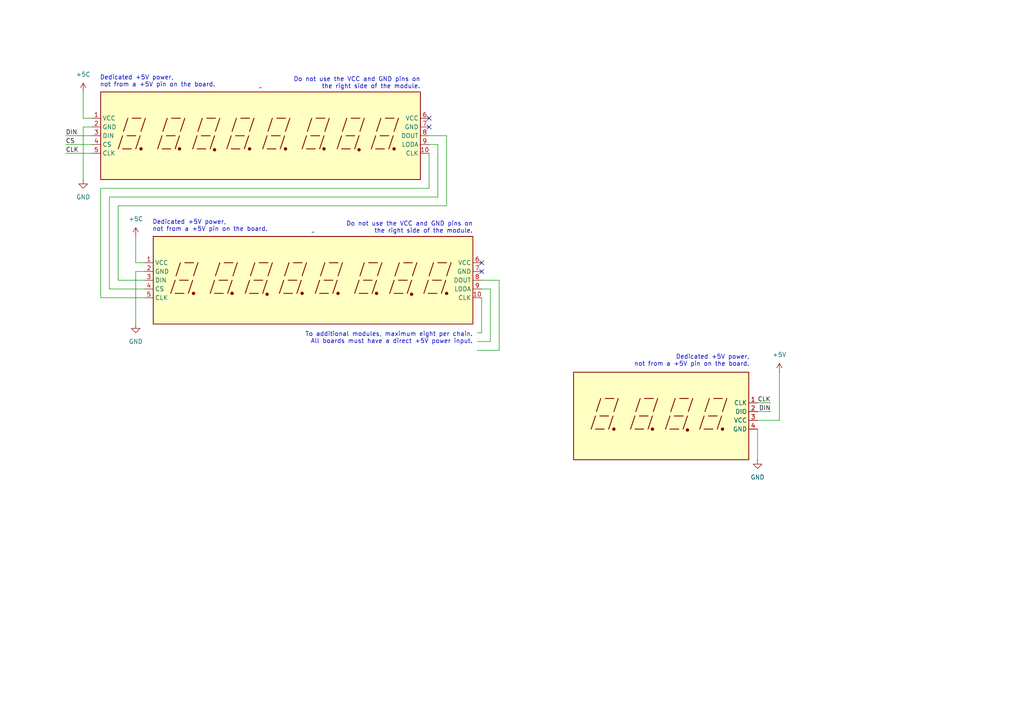
<source format=kicad_sch>
(kicad_sch (version 20231120) (generator "eeschema") (generator_version "8.0")
  (paper "A4")
  (lib_symbols
    (symbol "power:+5C" (power) (pin_numbers hide) (pin_names (offset 0) hide)
      (property "Value" "+5C" (at 0 3.556 0))
      (symbol "+5C_0_1"
        (polyline (pts (xy -0.762 1.27) (xy 0 2.54)))
        (polyline (pts (xy 0 0) (xy 0 2.54)))
        (polyline (pts (xy 0 2.54) (xy 0.762 1.27)))
      )
      (symbol "+5C_1_1"
        (pin power_in line (at 0 0 90) (length 0) (name "~") (number "1"))
      )
    )
    (symbol "power:+5V" (power) (pin_numbers hide) (pin_names (offset 0) hide)
      (property "Value" "+5V" (at 0 3.556 0))
      (symbol "+5V_0_1"
        (polyline (pts (xy -0.762 1.27) (xy 0 2.54)))
        (polyline (pts (xy 0 0) (xy 0 2.54)))
        (polyline (pts (xy 0 2.54) (xy 0.762 1.27)))
      )
      (symbol "+5V_1_1"
        (pin power_in line (at 0 0 90) (length 0) (name "~") (number "1"))
      )
    )
    (symbol "power:GND" (power) (pin_numbers hide) (pin_names (offset 0) hide)
      (property "Value" "GND" (at 0 -3.81 0))
      (symbol "GND_0_1"
        (polyline (pts (xy 0 0) (xy 0 -1.27) (xy 1.27 -1.27) (xy 0 -2.54) (xy -1.27 -1.27) (xy 0 -1.27)))
      )
      (symbol "GND_1_1"
        (pin power_in line (at 0 0 270) (length 0) (name "~") (number "1"))
      )
    )
    (symbol "symbols:4-digit TM1637 display module"
      (property "Reference" "U" (at -24.13 13.97 0))
      (property "Value" "4-digit TM1637" (at 19.05 13.97 0))
      (symbol "4-digit TM1637 display module_0_0"
        (rectangle (start -25.4 12.7) (end 25.4 -12.7) (stroke (width 0.254)) (fill (type background)))
        (polyline (pts (xy -20.32 -3.81) (xy -19.05 0)) (stroke (width 0.254)))
        (polyline (pts (xy -19.05 -3.81) (xy -16.51 -3.81)) (stroke (width 0.254)))
        (polyline (pts (xy -18.796 1.27) (xy -17.526 5.08)) (stroke (width 0.254)))
        (polyline (pts (xy -17.78 0) (xy -15.24 0)) (stroke (width 0.254)))
        (polyline (pts (xy -16.256 5.08) (xy -13.716 5.08)) (stroke (width 0.254)))
        (polyline (pts (xy -15.24 -3.81) (xy -13.97 0)) (stroke (width 0.254)))
        (polyline (pts (xy -13.716 1.27) (xy -12.446 5.08)) (stroke (width 0.254)))
        (polyline (pts (xy -8.89 -3.81) (xy -7.62 0)) (stroke (width 0.254)))
        (polyline (pts (xy -7.62 -3.81) (xy -5.08 -3.81)) (stroke (width 0.254)))
        (polyline (pts (xy -7.366 1.27) (xy -6.096 5.08)) (stroke (width 0.254)))
        (polyline (pts (xy -6.35 0) (xy -3.81 0)) (stroke (width 0.254)))
        (polyline (pts (xy -4.826 5.08) (xy -2.286 5.08)) (stroke (width 0.254)))
        (polyline (pts (xy -3.81 -3.81) (xy -2.54 0)) (stroke (width 0.254)))
        (polyline (pts (xy -2.286 1.27) (xy -1.016 5.08)) (stroke (width 0.254)))
        (polyline (pts (xy 1.27 -3.81) (xy 2.54 0)) (stroke (width 0.254)))
        (polyline (pts (xy 2.54 -3.81) (xy 5.08 -3.81)) (stroke (width 0.254)))
        (polyline (pts (xy 2.794 1.27) (xy 4.064 5.08)) (stroke (width 0.254)))
        (polyline (pts (xy 3.81 0) (xy 6.35 0)) (stroke (width 0.254)))
        (polyline (pts (xy 5.334 5.08) (xy 7.874 5.08)) (stroke (width 0.254)))
        (polyline (pts (xy 6.35 -3.81) (xy 7.62 0)) (stroke (width 0.254)))
        (polyline (pts (xy 7.874 1.27) (xy 9.144 5.08)) (stroke (width 0.254)))
        (polyline (pts (xy 11.176 -3.81) (xy 12.446 0)) (stroke (width 0.254)))
        (polyline (pts (xy 12.446 -3.81) (xy 14.986 -3.81)) (stroke (width 0.254)))
        (polyline (pts (xy 12.7 1.27) (xy 13.97 5.08)) (stroke (width 0.254)))
        (polyline (pts (xy 13.716 0) (xy 16.256 0)) (stroke (width 0.254)))
        (polyline (pts (xy 15.24 5.08) (xy 17.78 5.08)) (stroke (width 0.254)))
        (polyline (pts (xy 16.256 -3.81) (xy 17.526 0)) (stroke (width 0.254)))
        (polyline (pts (xy 17.78 1.27) (xy 19.05 5.08)) (stroke (width 0.254)))
        (pin input line (at 27.94 3.81 180) (length 2.54) (name "CLK") (number "1"))
        (pin input line (at 27.94 1.27 180) (length 2.54) (name "DIO") (number "2"))
        (pin power_in line (at 27.94 -1.27 180) (length 2.54) (name "VCC") (number "3"))
        (pin passive line (at 27.94 -3.81 180) (length 2.54) (name "GND") (number "4"))
      )
      (symbol "4-digit TM1637 display module_0_1"
        (circle (center -13.716 -3.81) (radius 0.3556) (stroke (width 0.254)) (fill (type outline)))
        (circle (center -2.54 -3.81) (radius 0.3556) (stroke (width 0.254)) (fill (type outline)))
      )
      (symbol "4-digit TM1637 display module_1_0"
        (circle (center 7.62 -4.064) (radius 0.3556) (stroke (width 0.254)) (fill (type outline)))
        (circle (center 17.78 -3.81) (radius 0.3556) (stroke (width 0.254)) (fill (type outline)))
      )
    )
    (symbol "symbols:8-digit-MAX7219"
      (property "Reference" "U" (at -44.45 13.97 0))
      (symbol "8-digit-MAX7219_0_0"
        (rectangle (start -45.72 12.7) (end 46.99 -12.7) (stroke (width 0.254)) (fill (type background)))
        (polyline (pts (xy -40.64 -3.81) (xy -39.37 0)) (stroke (width 0.254)))
        (polyline (pts (xy -39.37 -3.81) (xy -36.83 -3.81)) (stroke (width 0.254)))
        (polyline (pts (xy -39.116 1.27) (xy -37.846 5.08)) (stroke (width 0.254)))
        (polyline (pts (xy -38.1 0) (xy -35.56 0)) (stroke (width 0.254)))
        (polyline (pts (xy -36.576 5.08) (xy -34.036 5.08)) (stroke (width 0.254)))
        (polyline (pts (xy -35.56 -3.81) (xy -34.29 0)) (stroke (width 0.254)))
        (polyline (pts (xy -34.036 1.27) (xy -32.766 5.08)) (stroke (width 0.254)))
        (polyline (pts (xy -29.21 -3.81) (xy -27.94 0)) (stroke (width 0.254)))
        (polyline (pts (xy -27.94 -3.81) (xy -25.4 -3.81)) (stroke (width 0.254)))
        (polyline (pts (xy -27.686 1.27) (xy -26.416 5.08)) (stroke (width 0.254)))
        (polyline (pts (xy -26.67 0) (xy -24.13 0)) (stroke (width 0.254)))
        (polyline (pts (xy -25.146 5.08) (xy -22.606 5.08)) (stroke (width 0.254)))
        (polyline (pts (xy -24.13 -3.81) (xy -22.86 0)) (stroke (width 0.254)))
        (polyline (pts (xy -22.606 1.27) (xy -21.336 5.08)) (stroke (width 0.254)))
        (polyline (pts (xy -19.05 -3.81) (xy -17.78 0)) (stroke (width 0.254)))
        (polyline (pts (xy -17.78 -3.81) (xy -15.24 -3.81)) (stroke (width 0.254)))
        (polyline (pts (xy -17.526 1.27) (xy -16.256 5.08)) (stroke (width 0.254)))
        (polyline (pts (xy -16.51 0) (xy -13.97 0)) (stroke (width 0.254)))
        (polyline (pts (xy -14.986 5.08) (xy -12.446 5.08)) (stroke (width 0.254)))
        (polyline (pts (xy -13.97 -3.81) (xy -12.7 0)) (stroke (width 0.254)))
        (polyline (pts (xy -12.446 1.27) (xy -11.176 5.08)) (stroke (width 0.254)))
        (polyline (pts (xy -9.144 -3.81) (xy -7.874 0)) (stroke (width 0.254)))
        (polyline (pts (xy -7.874 -3.81) (xy -5.334 -3.81)) (stroke (width 0.254)))
        (polyline (pts (xy -7.62 1.27) (xy -6.35 5.08)) (stroke (width 0.254)))
        (polyline (pts (xy -6.604 0) (xy -4.064 0)) (stroke (width 0.254)))
        (polyline (pts (xy -5.08 5.08) (xy -2.54 5.08)) (stroke (width 0.254)))
        (polyline (pts (xy -4.064 -3.81) (xy -2.794 0)) (stroke (width 0.254)))
        (polyline (pts (xy -2.54 1.27) (xy -1.27 5.08)) (stroke (width 0.254)))
        (polyline (pts (xy 1.27 -3.81) (xy 2.54 0)) (stroke (width 0.254)))
        (polyline (pts (xy 2.54 -3.81) (xy 5.08 -3.81)) (stroke (width 0.254)))
        (polyline (pts (xy 2.794 1.27) (xy 4.064 5.08)) (stroke (width 0.254)))
        (polyline (pts (xy 3.81 0) (xy 6.35 0)) (stroke (width 0.254)))
        (polyline (pts (xy 5.334 5.08) (xy 7.874 5.08)) (stroke (width 0.254)))
        (polyline (pts (xy 6.35 -3.81) (xy 7.62 0)) (stroke (width 0.254)))
        (polyline (pts (xy 7.874 1.27) (xy 9.144 5.08)) (stroke (width 0.254)))
        (polyline (pts (xy 12.7 -3.81) (xy 13.97 0)) (stroke (width 0.254)))
        (polyline (pts (xy 13.97 -3.81) (xy 16.51 -3.81)) (stroke (width 0.254)))
        (polyline (pts (xy 14.224 1.27) (xy 15.494 5.08)) (stroke (width 0.254)))
        (polyline (pts (xy 15.24 0) (xy 17.78 0)) (stroke (width 0.254)))
        (polyline (pts (xy 16.764 5.08) (xy 19.304 5.08)) (stroke (width 0.254)))
        (polyline (pts (xy 17.78 -3.81) (xy 19.05 0)) (stroke (width 0.254)))
        (polyline (pts (xy 19.304 1.27) (xy 20.574 5.08)) (stroke (width 0.254)))
        (polyline (pts (xy 22.86 -3.81) (xy 24.13 0)) (stroke (width 0.254)))
        (polyline (pts (xy 24.13 -3.81) (xy 26.67 -3.81)) (stroke (width 0.254)))
        (polyline (pts (xy 24.384 1.27) (xy 25.654 5.08)) (stroke (width 0.254)))
        (polyline (pts (xy 25.4 0) (xy 27.94 0)) (stroke (width 0.254)))
        (polyline (pts (xy 26.924 5.08) (xy 29.464 5.08)) (stroke (width 0.254)))
        (polyline (pts (xy 27.94 -3.81) (xy 29.21 0)) (stroke (width 0.254)))
        (polyline (pts (xy 29.464 1.27) (xy 30.734 5.08)) (stroke (width 0.254)))
        (polyline (pts (xy 32.766 -3.81) (xy 34.036 0)) (stroke (width 0.254)))
        (polyline (pts (xy 34.036 -3.81) (xy 36.576 -3.81)) (stroke (width 0.254)))
        (polyline (pts (xy 34.29 1.27) (xy 35.56 5.08)) (stroke (width 0.254)))
        (polyline (pts (xy 35.306 0) (xy 37.846 0)) (stroke (width 0.254)))
        (polyline (pts (xy 36.83 5.08) (xy 39.37 5.08)) (stroke (width 0.254)))
        (polyline (pts (xy 37.846 -3.81) (xy 39.116 0)) (stroke (width 0.254)))
        (polyline (pts (xy 39.37 1.27) (xy 40.64 5.08)) (stroke (width 0.254)))
        (pin power_in line (at -48.26 5.08 0) (length 2.54) (name "VCC") (number "1"))
        (pin output line (at 49.53 -5.08 180) (length 2.54) (name "CLK") (number "10"))
        (pin passive line (at -48.26 2.54 0) (length 2.54) (name "GND") (number "2"))
        (pin input line (at -48.26 0 0) (length 2.54) (name "DIN") (number "3"))
        (pin input line (at -48.26 -2.54 0) (length 2.54) (name "CS") (number "4"))
        (pin input line (at -48.26 -5.08 0) (length 2.54) (name "CLK") (number "5"))
        (pin power_out line (at 49.53 5.08 180) (length 2.54) (name "VCC") (number "6"))
        (pin passive line (at 49.53 2.54 180) (length 2.54) (name "GND") (number "7"))
        (pin output line (at 49.53 0 180) (length 2.54) (name "DOUT") (number "8"))
        (pin output line (at 49.53 -2.54 180) (length 2.54) (name "LODA") (number "9"))
      )
      (symbol "8-digit-MAX7219_0_1"
        (circle (center -34.036 -3.81) (radius 0.3556) (stroke (width 0.254)) (fill (type outline)))
        (circle (center -22.86 -3.81) (radius 0.3556) (stroke (width 0.254)) (fill (type outline)))
        (circle (center 7.874 -3.81) (radius 0.3556) (stroke (width 0.254)) (fill (type outline)))
        (circle (center 19.05 -3.81) (radius 0.3556) (stroke (width 0.254)) (fill (type outline)))
      )
      (symbol "8-digit-MAX7219_1_0"
        (circle (center -12.7 -4.064) (radius 0.3556) (stroke (width 0.254)) (fill (type outline)))
        (circle (center -2.54 -3.81) (radius 0.3556) (stroke (width 0.254)) (fill (type outline)))
        (circle (center 29.21 -4.064) (radius 0.3556) (stroke (width 0.254)) (fill (type outline)))
        (circle (center 39.37 -3.81) (radius 0.3556) (stroke (width 0.254)) (fill (type outline)))
      )
    )
  )
  (no_connect (at 124.46 36.83))
  (no_connect (at 124.46 34.29))
  (no_connect (at 139.7 78.74))
  (no_connect (at 139.7 76.2))
  (wire (pts (xy 41.91 78.74) (xy 39.37 78.74)))
  (wire (pts (xy 124.46 39.37) (xy 129.54 39.37)))
  (wire (pts (xy 138.43 101.6) (xy 144.78 101.6)))
  (wire (pts (xy 219.71 124.46) (xy 219.71 133.35)))
  (wire (pts (xy 219.71 116.84) (xy 223.52 116.84)))
  (wire (pts (xy 19.05 44.45) (xy 26.67 44.45)))
  (wire (pts (xy 34.29 59.69) (xy 129.54 59.69)))
  (wire (pts (xy 219.71 121.92) (xy 226.06 121.92)))
  (wire (pts (xy 124.46 41.91) (xy 127 41.91)))
  (wire (pts (xy 19.05 39.37) (xy 26.67 39.37)))
  (wire (pts (xy 29.21 86.36) (xy 41.91 86.36)))
  (wire (pts (xy 138.43 96.52) (xy 139.7 96.52)))
  (wire (pts (xy 31.75 57.15) (xy 31.75 83.82)))
  (wire (pts (xy 29.21 54.61) (xy 29.21 86.36)))
  (wire (pts (xy 29.21 54.61) (xy 124.46 54.61)))
  (wire (pts (xy 129.54 39.37) (xy 129.54 59.69)))
  (wire (pts (xy 24.13 34.29) (xy 26.67 34.29)))
  (wire (pts (xy 139.7 86.36) (xy 139.7 96.52)))
  (wire (pts (xy 24.13 36.83) (xy 24.13 52.07)))
  (wire (pts (xy 26.67 36.83) (xy 24.13 36.83)))
  (wire (pts (xy 34.29 59.69) (xy 34.29 81.28)))
  (wire (pts (xy 142.24 83.82) (xy 142.24 99.06)))
  (wire (pts (xy 124.46 44.45) (xy 124.46 54.61)))
  (wire (pts (xy 34.29 81.28) (xy 41.91 81.28)))
  (wire (pts (xy 226.06 107.95) (xy 226.06 121.92)))
  (wire (pts (xy 139.7 83.82) (xy 142.24 83.82)))
  (wire (pts (xy 19.05 41.91) (xy 26.67 41.91)))
  (wire (pts (xy 39.37 76.2) (xy 41.91 76.2)))
  (wire (pts (xy 39.37 68.58) (xy 39.37 76.2)))
  (wire (pts (xy 139.7 81.28) (xy 144.78 81.28)))
  (wire (pts (xy 219.71 119.38) (xy 223.52 119.38)))
  (wire (pts (xy 127 41.91) (xy 127 57.15)))
  (wire (pts (xy 138.43 99.06) (xy 142.24 99.06)))
  (wire (pts (xy 144.78 81.28) (xy 144.78 101.6)))
  (wire (pts (xy 24.13 26.67) (xy 24.13 34.29)))
  (wire (pts (xy 31.75 83.82) (xy 41.91 83.82)))
  (wire (pts (xy 31.75 57.15) (xy 127 57.15)))
  (wire (pts (xy 39.37 78.74) (xy 39.37 93.98)))
  (text "Dedicated +5V power,\nnot from a +5V pin on the board." (at 28.956 23.622 0) (effects (font (size 1.27 1.27)) (justify left)))
  (text "Dedicated +5V power,\nnot from a +5V pin on the board." (at 44.196 65.532 0) (effects (font (size 1.27 1.27)) (justify left)))
  (text "Dedicated +5V power,\nnot from a +5V pin on the board." (at 217.424 104.648 0) (effects (font (size 1.27 1.27)) (justify right)))
  (text "To additional modules, maximum eight per chain.\nAll boards must have a direct +5V power input." (at 137.16 98.044 0) (effects (font (size 1.27 1.27)) (justify right)))
  (text "Do not use the VCC and GND pins on\nthe right side of the module." (at 121.92 24.13 0) (effects (font (size 1.27 1.27)) (justify right)))
  (text "Do not use the VCC and GND pins on\nthe right side of the module." (at 137.16 66.04 0) (effects (font (size 1.27 1.27)) (justify right)))
  (label "CS" (at 19.05 41.91 0))
  (label "DIN" (at 19.05 39.37 0))
  (label "DIN" (at 223.52 119.38 180))
  (label "CLK" (at 223.52 116.84 180))
  (label "CLK" (at 19.05 44.45 0))
  (symbol (lib_id "power:+5C") (at 24.13 26.67 0) (unit 1)
    (property "Reference" "#PWR01" (effects (hide yes)))
    (property "Value" "+5C" (at 24.13 21.59 0))
    (property "Description" "Power symbol creates a global label with name \"+5C\"" (effects (hide yes)))
  )
  (symbol (lib_id "power:+5C") (at 39.37 68.58 0) (unit 1)
    (property "Reference" "#PWR03" (effects (hide yes)))
    (property "Value" "+5C" (at 39.37 63.5 0))
    (property "Description" "Power symbol creates a global label with name \"+5C\"" (effects (hide yes)))
  )
  (symbol (lib_id "power:GND") (at 39.37 93.98 0) (unit 1)
    (property "Reference" "#PWR04" (effects (hide yes)))
    (property "Value" "GND" (at 39.37 99.06 0))
    (property "Description" "Power symbol creates a global label with name \"GND\" , ground" (effects (hide yes)))
  )
  (symbol (lib_id "symbols:8-digit-MAX7219") (at 74.93 39.37 0) (unit 1)
    (property "Reference" "U1" (effects (hide yes)))
    (property "Value" "~" (at 75.565 25.4 0))
    (property "Description" "8-digit MAX7219 display" (effects (hide yes)))
  )
  (symbol (lib_id "power:+5V") (at 226.06 107.95 0) (unit 1)
    (property "Reference" "#PWR05" (effects (hide yes)))
    (property "Value" "+5V" (at 226.06 102.87 0))
    (property "Description" "Power symbol creates a global label with name \"+5V\"" (effects (hide yes)))
  )
  (symbol (lib_id "power:GND") (at 219.71 133.35 0) (unit 1)
    (property "Reference" "#PWR06" (effects (hide yes)))
    (property "Value" "GND" (at 219.71 138.43 0))
    (property "Description" "Power symbol creates a global label with name \"GND\" , ground" (effects (hide yes)))
  )
  (symbol (lib_id "power:GND") (at 24.13 52.07 0) (unit 1)
    (property "Reference" "#PWR02" (effects (hide yes)))
    (property "Value" "GND" (at 24.13 57.15 0))
    (property "Description" "Power symbol creates a global label with name \"GND\" , ground" (effects (hide yes)))
  )
  (symbol (lib_id "symbols:4-digit TM1637 display module") (at 191.77 120.65 0) (unit 1)
    (property "Reference" "U3" (effects (hide yes)))
    (property "Value" "4-digit TM1637" (effects (hide yes)))
    (property "Description" "4-digit TM1637 display module" (effects (hide yes)))
  )
  (symbol (lib_id "symbols:8-digit-MAX7219") (at 90.17 81.28 0) (unit 1)
    (property "Reference" "U2" (effects (hide yes)))
    (property "Value" "~" (at 90.805 67.31 0))
    (property "Description" "8-digit MAX7219 display" (effects (hide yes)))
  )
)
</source>
